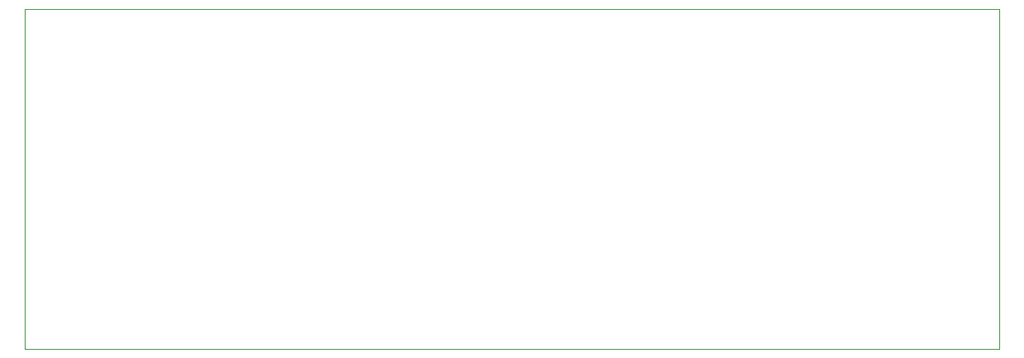
<source format=gm1>
G04 #@! TF.GenerationSoftware,KiCad,Pcbnew,(6.0.11)*
G04 #@! TF.CreationDate,2023-03-11T13:58:41+01:00*
G04 #@! TF.ProjectId,HeaterPSU_Digital,48656174-6572-4505-9355-5f4469676974,rev?*
G04 #@! TF.SameCoordinates,Original*
G04 #@! TF.FileFunction,Profile,NP*
%FSLAX46Y46*%
G04 Gerber Fmt 4.6, Leading zero omitted, Abs format (unit mm)*
G04 Created by KiCad (PCBNEW (6.0.11)) date 2023-03-11 13:58:41*
%MOMM*%
%LPD*%
G01*
G04 APERTURE LIST*
G04 #@! TA.AperFunction,Profile*
%ADD10C,0.100000*%
G04 #@! TD*
G04 APERTURE END LIST*
D10*
X55000000Y-80000000D02*
X155000000Y-80000000D01*
X155000000Y-45000000D02*
X155000000Y-80000000D01*
X55000000Y-45000000D02*
X55000000Y-80000000D01*
X55000000Y-45000000D02*
X155000000Y-45000000D01*
M02*

</source>
